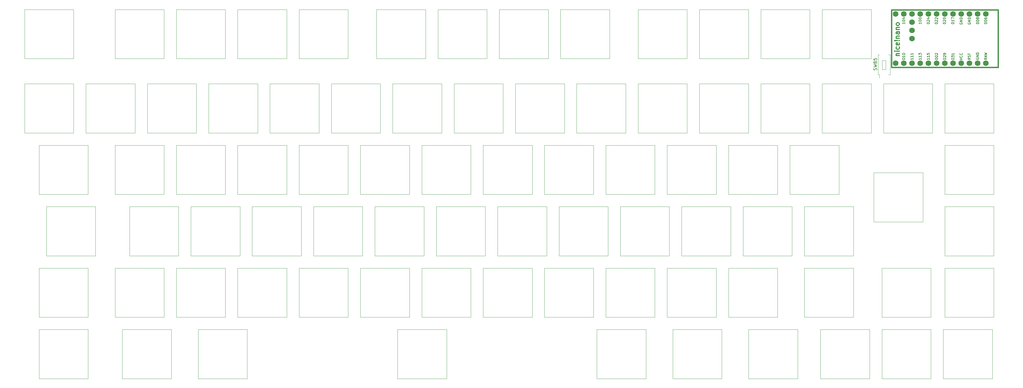
<source format=gbr>
%TF.GenerationSoftware,KiCad,Pcbnew,8.0.4*%
%TF.CreationDate,2024-07-27T12:13:38+02:00*%
%TF.ProjectId,AC-K1-v1,41432d4b-312d-4763-912e-6b696361645f,rev?*%
%TF.SameCoordinates,Original*%
%TF.FileFunction,Legend,Top*%
%TF.FilePolarity,Positive*%
%FSLAX46Y46*%
G04 Gerber Fmt 4.6, Leading zero omitted, Abs format (unit mm)*
G04 Created by KiCad (PCBNEW 8.0.4) date 2024-07-27 12:13:38*
%MOMM*%
%LPD*%
G01*
G04 APERTURE LIST*
%ADD10C,0.150000*%
%ADD11C,0.300000*%
%ADD12C,0.120000*%
%ADD13C,0.381000*%
%ADD14C,1.752600*%
G04 APERTURE END LIST*
D10*
X352372295Y-85142809D02*
X352372295Y-85066619D01*
X352372295Y-85066619D02*
X352410390Y-84990428D01*
X352410390Y-84990428D02*
X352448485Y-84952333D01*
X352448485Y-84952333D02*
X352524676Y-84914238D01*
X352524676Y-84914238D02*
X352677057Y-84876143D01*
X352677057Y-84876143D02*
X352867533Y-84876143D01*
X352867533Y-84876143D02*
X353019914Y-84914238D01*
X353019914Y-84914238D02*
X353096104Y-84952333D01*
X353096104Y-84952333D02*
X353134200Y-84990428D01*
X353134200Y-84990428D02*
X353172295Y-85066619D01*
X353172295Y-85066619D02*
X353172295Y-85142809D01*
X353172295Y-85142809D02*
X353134200Y-85219000D01*
X353134200Y-85219000D02*
X353096104Y-85257095D01*
X353096104Y-85257095D02*
X353019914Y-85295190D01*
X353019914Y-85295190D02*
X352867533Y-85333286D01*
X352867533Y-85333286D02*
X352677057Y-85333286D01*
X352677057Y-85333286D02*
X352524676Y-85295190D01*
X352524676Y-85295190D02*
X352448485Y-85257095D01*
X352448485Y-85257095D02*
X352410390Y-85219000D01*
X352410390Y-85219000D02*
X352372295Y-85142809D01*
X352448485Y-84571381D02*
X352410390Y-84533285D01*
X352410390Y-84533285D02*
X352372295Y-84457095D01*
X352372295Y-84457095D02*
X352372295Y-84266619D01*
X352372295Y-84266619D02*
X352410390Y-84190428D01*
X352410390Y-84190428D02*
X352448485Y-84152333D01*
X352448485Y-84152333D02*
X352524676Y-84114238D01*
X352524676Y-84114238D02*
X352600866Y-84114238D01*
X352600866Y-84114238D02*
X352715152Y-84152333D01*
X352715152Y-84152333D02*
X353172295Y-84609476D01*
X353172295Y-84609476D02*
X353172295Y-84114238D01*
X352372295Y-83618999D02*
X352372295Y-83542809D01*
X352372295Y-83542809D02*
X352410390Y-83466618D01*
X352410390Y-83466618D02*
X352448485Y-83428523D01*
X352448485Y-83428523D02*
X352524676Y-83390428D01*
X352524676Y-83390428D02*
X352677057Y-83352333D01*
X352677057Y-83352333D02*
X352867533Y-83352333D01*
X352867533Y-83352333D02*
X353019914Y-83390428D01*
X353019914Y-83390428D02*
X353096104Y-83428523D01*
X353096104Y-83428523D02*
X353134200Y-83466618D01*
X353134200Y-83466618D02*
X353172295Y-83542809D01*
X353172295Y-83542809D02*
X353172295Y-83618999D01*
X353172295Y-83618999D02*
X353134200Y-83695190D01*
X353134200Y-83695190D02*
X353096104Y-83733285D01*
X353096104Y-83733285D02*
X353019914Y-83771380D01*
X353019914Y-83771380D02*
X352867533Y-83809476D01*
X352867533Y-83809476D02*
X352677057Y-83809476D01*
X352677057Y-83809476D02*
X352524676Y-83771380D01*
X352524676Y-83771380D02*
X352448485Y-83733285D01*
X352448485Y-83733285D02*
X352410390Y-83695190D01*
X352410390Y-83695190D02*
X352372295Y-83618999D01*
X345622295Y-95950524D02*
X345622295Y-96407667D01*
X345622295Y-96179095D02*
X344822295Y-96179095D01*
X344822295Y-96179095D02*
X344936580Y-96255286D01*
X344936580Y-96255286D02*
X345012771Y-96331476D01*
X345012771Y-96331476D02*
X345050866Y-96407667D01*
X345622295Y-95188619D02*
X345622295Y-95645762D01*
X345622295Y-95417190D02*
X344822295Y-95417190D01*
X344822295Y-95417190D02*
X344936580Y-95493381D01*
X344936580Y-95493381D02*
X345012771Y-95569571D01*
X345012771Y-95569571D02*
X345050866Y-95645762D01*
X344822295Y-94921952D02*
X344822295Y-94426714D01*
X344822295Y-94426714D02*
X345127057Y-94693380D01*
X345127057Y-94693380D02*
X345127057Y-94579095D01*
X345127057Y-94579095D02*
X345165152Y-94502904D01*
X345165152Y-94502904D02*
X345203247Y-94464809D01*
X345203247Y-94464809D02*
X345279438Y-94426714D01*
X345279438Y-94426714D02*
X345469914Y-94426714D01*
X345469914Y-94426714D02*
X345546104Y-94464809D01*
X345546104Y-94464809D02*
X345584200Y-94502904D01*
X345584200Y-94502904D02*
X345622295Y-94579095D01*
X345622295Y-94579095D02*
X345622295Y-94807666D01*
X345622295Y-94807666D02*
X345584200Y-94883857D01*
X345584200Y-94883857D02*
X345546104Y-94921952D01*
X352442295Y-96217190D02*
X352442295Y-96141000D01*
X352442295Y-96141000D02*
X352480390Y-96064809D01*
X352480390Y-96064809D02*
X352518485Y-96026714D01*
X352518485Y-96026714D02*
X352594676Y-95988619D01*
X352594676Y-95988619D02*
X352747057Y-95950524D01*
X352747057Y-95950524D02*
X352937533Y-95950524D01*
X352937533Y-95950524D02*
X353089914Y-95988619D01*
X353089914Y-95988619D02*
X353166104Y-96026714D01*
X353166104Y-96026714D02*
X353204200Y-96064809D01*
X353204200Y-96064809D02*
X353242295Y-96141000D01*
X353242295Y-96141000D02*
X353242295Y-96217190D01*
X353242295Y-96217190D02*
X353204200Y-96293381D01*
X353204200Y-96293381D02*
X353166104Y-96331476D01*
X353166104Y-96331476D02*
X353089914Y-96369571D01*
X353089914Y-96369571D02*
X352937533Y-96407667D01*
X352937533Y-96407667D02*
X352747057Y-96407667D01*
X352747057Y-96407667D02*
X352594676Y-96369571D01*
X352594676Y-96369571D02*
X352518485Y-96331476D01*
X352518485Y-96331476D02*
X352480390Y-96293381D01*
X352480390Y-96293381D02*
X352442295Y-96217190D01*
X352518485Y-95645762D02*
X352480390Y-95607666D01*
X352480390Y-95607666D02*
X352442295Y-95531476D01*
X352442295Y-95531476D02*
X352442295Y-95341000D01*
X352442295Y-95341000D02*
X352480390Y-95264809D01*
X352480390Y-95264809D02*
X352518485Y-95226714D01*
X352518485Y-95226714D02*
X352594676Y-95188619D01*
X352594676Y-95188619D02*
X352670866Y-95188619D01*
X352670866Y-95188619D02*
X352785152Y-95226714D01*
X352785152Y-95226714D02*
X353242295Y-95683857D01*
X353242295Y-95683857D02*
X353242295Y-95188619D01*
X353242295Y-94807666D02*
X353242295Y-94655285D01*
X353242295Y-94655285D02*
X353204200Y-94579095D01*
X353204200Y-94579095D02*
X353166104Y-94540999D01*
X353166104Y-94540999D02*
X353051819Y-94464809D01*
X353051819Y-94464809D02*
X352899438Y-94426714D01*
X352899438Y-94426714D02*
X352594676Y-94426714D01*
X352594676Y-94426714D02*
X352518485Y-94464809D01*
X352518485Y-94464809D02*
X352480390Y-94502904D01*
X352480390Y-94502904D02*
X352442295Y-94579095D01*
X352442295Y-94579095D02*
X352442295Y-94731476D01*
X352442295Y-94731476D02*
X352480390Y-94807666D01*
X352480390Y-94807666D02*
X352518485Y-94845761D01*
X352518485Y-94845761D02*
X352594676Y-94883857D01*
X352594676Y-94883857D02*
X352785152Y-94883857D01*
X352785152Y-94883857D02*
X352861342Y-94845761D01*
X352861342Y-94845761D02*
X352899438Y-94807666D01*
X352899438Y-94807666D02*
X352937533Y-94731476D01*
X352937533Y-94731476D02*
X352937533Y-94579095D01*
X352937533Y-94579095D02*
X352899438Y-94502904D01*
X352899438Y-94502904D02*
X352861342Y-94464809D01*
X352861342Y-94464809D02*
X352785152Y-94426714D01*
X365942295Y-95906095D02*
X365561342Y-96172762D01*
X365942295Y-96363238D02*
X365142295Y-96363238D01*
X365142295Y-96363238D02*
X365142295Y-96058476D01*
X365142295Y-96058476D02*
X365180390Y-95982286D01*
X365180390Y-95982286D02*
X365218485Y-95944191D01*
X365218485Y-95944191D02*
X365294676Y-95906095D01*
X365294676Y-95906095D02*
X365408961Y-95906095D01*
X365408961Y-95906095D02*
X365485152Y-95944191D01*
X365485152Y-95944191D02*
X365523247Y-95982286D01*
X365523247Y-95982286D02*
X365561342Y-96058476D01*
X365561342Y-96058476D02*
X365561342Y-96363238D01*
X365713723Y-95601334D02*
X365713723Y-95220381D01*
X365942295Y-95677524D02*
X365142295Y-95410857D01*
X365142295Y-95410857D02*
X365942295Y-95144191D01*
X365142295Y-94953715D02*
X365942295Y-94763239D01*
X365942295Y-94763239D02*
X365370866Y-94610858D01*
X365370866Y-94610858D02*
X365942295Y-94458477D01*
X365942295Y-94458477D02*
X365142295Y-94268001D01*
X362640390Y-95944190D02*
X362602295Y-96020380D01*
X362602295Y-96020380D02*
X362602295Y-96134666D01*
X362602295Y-96134666D02*
X362640390Y-96248952D01*
X362640390Y-96248952D02*
X362716580Y-96325142D01*
X362716580Y-96325142D02*
X362792771Y-96363237D01*
X362792771Y-96363237D02*
X362945152Y-96401333D01*
X362945152Y-96401333D02*
X363059438Y-96401333D01*
X363059438Y-96401333D02*
X363211819Y-96363237D01*
X363211819Y-96363237D02*
X363288009Y-96325142D01*
X363288009Y-96325142D02*
X363364200Y-96248952D01*
X363364200Y-96248952D02*
X363402295Y-96134666D01*
X363402295Y-96134666D02*
X363402295Y-96058475D01*
X363402295Y-96058475D02*
X363364200Y-95944190D01*
X363364200Y-95944190D02*
X363326104Y-95906094D01*
X363326104Y-95906094D02*
X363059438Y-95906094D01*
X363059438Y-95906094D02*
X363059438Y-96058475D01*
X363402295Y-95563237D02*
X362602295Y-95563237D01*
X362602295Y-95563237D02*
X363402295Y-95106094D01*
X363402295Y-95106094D02*
X362602295Y-95106094D01*
X363402295Y-94725142D02*
X362602295Y-94725142D01*
X362602295Y-94725142D02*
X362602295Y-94534666D01*
X362602295Y-94534666D02*
X362640390Y-94420380D01*
X362640390Y-94420380D02*
X362716580Y-94344190D01*
X362716580Y-94344190D02*
X362792771Y-94306095D01*
X362792771Y-94306095D02*
X362945152Y-94267999D01*
X362945152Y-94267999D02*
X363059438Y-94267999D01*
X363059438Y-94267999D02*
X363211819Y-94306095D01*
X363211819Y-94306095D02*
X363288009Y-94344190D01*
X363288009Y-94344190D02*
X363364200Y-94420380D01*
X363364200Y-94420380D02*
X363402295Y-94534666D01*
X363402295Y-94534666D02*
X363402295Y-94725142D01*
X349902295Y-96217190D02*
X349902295Y-96141000D01*
X349902295Y-96141000D02*
X349940390Y-96064809D01*
X349940390Y-96064809D02*
X349978485Y-96026714D01*
X349978485Y-96026714D02*
X350054676Y-95988619D01*
X350054676Y-95988619D02*
X350207057Y-95950524D01*
X350207057Y-95950524D02*
X350397533Y-95950524D01*
X350397533Y-95950524D02*
X350549914Y-95988619D01*
X350549914Y-95988619D02*
X350626104Y-96026714D01*
X350626104Y-96026714D02*
X350664200Y-96064809D01*
X350664200Y-96064809D02*
X350702295Y-96141000D01*
X350702295Y-96141000D02*
X350702295Y-96217190D01*
X350702295Y-96217190D02*
X350664200Y-96293381D01*
X350664200Y-96293381D02*
X350626104Y-96331476D01*
X350626104Y-96331476D02*
X350549914Y-96369571D01*
X350549914Y-96369571D02*
X350397533Y-96407667D01*
X350397533Y-96407667D02*
X350207057Y-96407667D01*
X350207057Y-96407667D02*
X350054676Y-96369571D01*
X350054676Y-96369571D02*
X349978485Y-96331476D01*
X349978485Y-96331476D02*
X349940390Y-96293381D01*
X349940390Y-96293381D02*
X349902295Y-96217190D01*
X349902295Y-95455285D02*
X349902295Y-95379095D01*
X349902295Y-95379095D02*
X349940390Y-95302904D01*
X349940390Y-95302904D02*
X349978485Y-95264809D01*
X349978485Y-95264809D02*
X350054676Y-95226714D01*
X350054676Y-95226714D02*
X350207057Y-95188619D01*
X350207057Y-95188619D02*
X350397533Y-95188619D01*
X350397533Y-95188619D02*
X350549914Y-95226714D01*
X350549914Y-95226714D02*
X350626104Y-95264809D01*
X350626104Y-95264809D02*
X350664200Y-95302904D01*
X350664200Y-95302904D02*
X350702295Y-95379095D01*
X350702295Y-95379095D02*
X350702295Y-95455285D01*
X350702295Y-95455285D02*
X350664200Y-95531476D01*
X350664200Y-95531476D02*
X350626104Y-95569571D01*
X350626104Y-95569571D02*
X350549914Y-95607666D01*
X350549914Y-95607666D02*
X350397533Y-95645762D01*
X350397533Y-95645762D02*
X350207057Y-95645762D01*
X350207057Y-95645762D02*
X350054676Y-95607666D01*
X350054676Y-95607666D02*
X349978485Y-95569571D01*
X349978485Y-95569571D02*
X349940390Y-95531476D01*
X349940390Y-95531476D02*
X349902295Y-95455285D01*
X349978485Y-94883857D02*
X349940390Y-94845761D01*
X349940390Y-94845761D02*
X349902295Y-94769571D01*
X349902295Y-94769571D02*
X349902295Y-94579095D01*
X349902295Y-94579095D02*
X349940390Y-94502904D01*
X349940390Y-94502904D02*
X349978485Y-94464809D01*
X349978485Y-94464809D02*
X350054676Y-94426714D01*
X350054676Y-94426714D02*
X350130866Y-94426714D01*
X350130866Y-94426714D02*
X350245152Y-94464809D01*
X350245152Y-94464809D02*
X350702295Y-94921952D01*
X350702295Y-94921952D02*
X350702295Y-94426714D01*
X348162295Y-95950524D02*
X348162295Y-96407667D01*
X348162295Y-96179095D02*
X347362295Y-96179095D01*
X347362295Y-96179095D02*
X347476580Y-96255286D01*
X347476580Y-96255286D02*
X347552771Y-96331476D01*
X347552771Y-96331476D02*
X347590866Y-96407667D01*
X348162295Y-95188619D02*
X348162295Y-95645762D01*
X348162295Y-95417190D02*
X347362295Y-95417190D01*
X347362295Y-95417190D02*
X347476580Y-95493381D01*
X347476580Y-95493381D02*
X347552771Y-95569571D01*
X347552771Y-95569571D02*
X347590866Y-95645762D01*
X347362295Y-94464809D02*
X347362295Y-94845761D01*
X347362295Y-94845761D02*
X347743247Y-94883857D01*
X347743247Y-94883857D02*
X347705152Y-94845761D01*
X347705152Y-94845761D02*
X347667057Y-94769571D01*
X347667057Y-94769571D02*
X347667057Y-94579095D01*
X347667057Y-94579095D02*
X347705152Y-94502904D01*
X347705152Y-94502904D02*
X347743247Y-94464809D01*
X347743247Y-94464809D02*
X347819438Y-94426714D01*
X347819438Y-94426714D02*
X348009914Y-94426714D01*
X348009914Y-94426714D02*
X348086104Y-94464809D01*
X348086104Y-94464809D02*
X348124200Y-94502904D01*
X348124200Y-94502904D02*
X348162295Y-94579095D01*
X348162295Y-94579095D02*
X348162295Y-94769571D01*
X348162295Y-94769571D02*
X348124200Y-94845761D01*
X348124200Y-94845761D02*
X348086104Y-94883857D01*
X360100390Y-85028523D02*
X360062295Y-85104713D01*
X360062295Y-85104713D02*
X360062295Y-85218999D01*
X360062295Y-85218999D02*
X360100390Y-85333285D01*
X360100390Y-85333285D02*
X360176580Y-85409475D01*
X360176580Y-85409475D02*
X360252771Y-85447570D01*
X360252771Y-85447570D02*
X360405152Y-85485666D01*
X360405152Y-85485666D02*
X360519438Y-85485666D01*
X360519438Y-85485666D02*
X360671819Y-85447570D01*
X360671819Y-85447570D02*
X360748009Y-85409475D01*
X360748009Y-85409475D02*
X360824200Y-85333285D01*
X360824200Y-85333285D02*
X360862295Y-85218999D01*
X360862295Y-85218999D02*
X360862295Y-85142808D01*
X360862295Y-85142808D02*
X360824200Y-85028523D01*
X360824200Y-85028523D02*
X360786104Y-84990427D01*
X360786104Y-84990427D02*
X360519438Y-84990427D01*
X360519438Y-84990427D02*
X360519438Y-85142808D01*
X360862295Y-84647570D02*
X360062295Y-84647570D01*
X360062295Y-84647570D02*
X360862295Y-84190427D01*
X360862295Y-84190427D02*
X360062295Y-84190427D01*
X360862295Y-83809475D02*
X360062295Y-83809475D01*
X360062295Y-83809475D02*
X360062295Y-83618999D01*
X360062295Y-83618999D02*
X360100390Y-83504713D01*
X360100390Y-83504713D02*
X360176580Y-83428523D01*
X360176580Y-83428523D02*
X360252771Y-83390428D01*
X360252771Y-83390428D02*
X360405152Y-83352332D01*
X360405152Y-83352332D02*
X360519438Y-83352332D01*
X360519438Y-83352332D02*
X360671819Y-83390428D01*
X360671819Y-83390428D02*
X360748009Y-83428523D01*
X360748009Y-83428523D02*
X360824200Y-83504713D01*
X360824200Y-83504713D02*
X360862295Y-83618999D01*
X360862295Y-83618999D02*
X360862295Y-83809475D01*
X349872295Y-85142809D02*
X349872295Y-85066619D01*
X349872295Y-85066619D02*
X349910390Y-84990428D01*
X349910390Y-84990428D02*
X349948485Y-84952333D01*
X349948485Y-84952333D02*
X350024676Y-84914238D01*
X350024676Y-84914238D02*
X350177057Y-84876143D01*
X350177057Y-84876143D02*
X350367533Y-84876143D01*
X350367533Y-84876143D02*
X350519914Y-84914238D01*
X350519914Y-84914238D02*
X350596104Y-84952333D01*
X350596104Y-84952333D02*
X350634200Y-84990428D01*
X350634200Y-84990428D02*
X350672295Y-85066619D01*
X350672295Y-85066619D02*
X350672295Y-85142809D01*
X350672295Y-85142809D02*
X350634200Y-85219000D01*
X350634200Y-85219000D02*
X350596104Y-85257095D01*
X350596104Y-85257095D02*
X350519914Y-85295190D01*
X350519914Y-85295190D02*
X350367533Y-85333286D01*
X350367533Y-85333286D02*
X350177057Y-85333286D01*
X350177057Y-85333286D02*
X350024676Y-85295190D01*
X350024676Y-85295190D02*
X349948485Y-85257095D01*
X349948485Y-85257095D02*
X349910390Y-85219000D01*
X349910390Y-85219000D02*
X349872295Y-85142809D01*
X349948485Y-84571381D02*
X349910390Y-84533285D01*
X349910390Y-84533285D02*
X349872295Y-84457095D01*
X349872295Y-84457095D02*
X349872295Y-84266619D01*
X349872295Y-84266619D02*
X349910390Y-84190428D01*
X349910390Y-84190428D02*
X349948485Y-84152333D01*
X349948485Y-84152333D02*
X350024676Y-84114238D01*
X350024676Y-84114238D02*
X350100866Y-84114238D01*
X350100866Y-84114238D02*
X350215152Y-84152333D01*
X350215152Y-84152333D02*
X350672295Y-84609476D01*
X350672295Y-84609476D02*
X350672295Y-84114238D01*
X349948485Y-83809476D02*
X349910390Y-83771380D01*
X349910390Y-83771380D02*
X349872295Y-83695190D01*
X349872295Y-83695190D02*
X349872295Y-83504714D01*
X349872295Y-83504714D02*
X349910390Y-83428523D01*
X349910390Y-83428523D02*
X349948485Y-83390428D01*
X349948485Y-83390428D02*
X350024676Y-83352333D01*
X350024676Y-83352333D02*
X350100866Y-83352333D01*
X350100866Y-83352333D02*
X350215152Y-83390428D01*
X350215152Y-83390428D02*
X350672295Y-83847571D01*
X350672295Y-83847571D02*
X350672295Y-83352333D01*
X340542295Y-84876143D02*
X340542295Y-85333286D01*
X340542295Y-85104714D02*
X339742295Y-85104714D01*
X339742295Y-85104714D02*
X339856580Y-85180905D01*
X339856580Y-85180905D02*
X339932771Y-85257095D01*
X339932771Y-85257095D02*
X339970866Y-85333286D01*
X339742295Y-84380904D02*
X339742295Y-84304714D01*
X339742295Y-84304714D02*
X339780390Y-84228523D01*
X339780390Y-84228523D02*
X339818485Y-84190428D01*
X339818485Y-84190428D02*
X339894676Y-84152333D01*
X339894676Y-84152333D02*
X340047057Y-84114238D01*
X340047057Y-84114238D02*
X340237533Y-84114238D01*
X340237533Y-84114238D02*
X340389914Y-84152333D01*
X340389914Y-84152333D02*
X340466104Y-84190428D01*
X340466104Y-84190428D02*
X340504200Y-84228523D01*
X340504200Y-84228523D02*
X340542295Y-84304714D01*
X340542295Y-84304714D02*
X340542295Y-84380904D01*
X340542295Y-84380904D02*
X340504200Y-84457095D01*
X340504200Y-84457095D02*
X340466104Y-84495190D01*
X340466104Y-84495190D02*
X340389914Y-84533285D01*
X340389914Y-84533285D02*
X340237533Y-84571381D01*
X340237533Y-84571381D02*
X340047057Y-84571381D01*
X340047057Y-84571381D02*
X339894676Y-84533285D01*
X339894676Y-84533285D02*
X339818485Y-84495190D01*
X339818485Y-84495190D02*
X339780390Y-84457095D01*
X339780390Y-84457095D02*
X339742295Y-84380904D01*
X340008961Y-83428523D02*
X340542295Y-83428523D01*
X339704200Y-83618999D02*
X340275628Y-83809476D01*
X340275628Y-83809476D02*
X340275628Y-83314237D01*
X339742295Y-96217190D02*
X339742295Y-96141000D01*
X339742295Y-96141000D02*
X339780390Y-96064809D01*
X339780390Y-96064809D02*
X339818485Y-96026714D01*
X339818485Y-96026714D02*
X339894676Y-95988619D01*
X339894676Y-95988619D02*
X340047057Y-95950524D01*
X340047057Y-95950524D02*
X340237533Y-95950524D01*
X340237533Y-95950524D02*
X340389914Y-95988619D01*
X340389914Y-95988619D02*
X340466104Y-96026714D01*
X340466104Y-96026714D02*
X340504200Y-96064809D01*
X340504200Y-96064809D02*
X340542295Y-96141000D01*
X340542295Y-96141000D02*
X340542295Y-96217190D01*
X340542295Y-96217190D02*
X340504200Y-96293381D01*
X340504200Y-96293381D02*
X340466104Y-96331476D01*
X340466104Y-96331476D02*
X340389914Y-96369571D01*
X340389914Y-96369571D02*
X340237533Y-96407667D01*
X340237533Y-96407667D02*
X340047057Y-96407667D01*
X340047057Y-96407667D02*
X339894676Y-96369571D01*
X339894676Y-96369571D02*
X339818485Y-96331476D01*
X339818485Y-96331476D02*
X339780390Y-96293381D01*
X339780390Y-96293381D02*
X339742295Y-96217190D01*
X340542295Y-95188619D02*
X340542295Y-95645762D01*
X340542295Y-95417190D02*
X339742295Y-95417190D01*
X339742295Y-95417190D02*
X339856580Y-95493381D01*
X339856580Y-95493381D02*
X339932771Y-95569571D01*
X339932771Y-95569571D02*
X339970866Y-95645762D01*
X339742295Y-94693380D02*
X339742295Y-94617190D01*
X339742295Y-94617190D02*
X339780390Y-94540999D01*
X339780390Y-94540999D02*
X339818485Y-94502904D01*
X339818485Y-94502904D02*
X339894676Y-94464809D01*
X339894676Y-94464809D02*
X340047057Y-94426714D01*
X340047057Y-94426714D02*
X340237533Y-94426714D01*
X340237533Y-94426714D02*
X340389914Y-94464809D01*
X340389914Y-94464809D02*
X340466104Y-94502904D01*
X340466104Y-94502904D02*
X340504200Y-94540999D01*
X340504200Y-94540999D02*
X340542295Y-94617190D01*
X340542295Y-94617190D02*
X340542295Y-94693380D01*
X340542295Y-94693380D02*
X340504200Y-94769571D01*
X340504200Y-94769571D02*
X340466104Y-94807666D01*
X340466104Y-94807666D02*
X340389914Y-94845761D01*
X340389914Y-94845761D02*
X340237533Y-94883857D01*
X340237533Y-94883857D02*
X340047057Y-94883857D01*
X340047057Y-94883857D02*
X339894676Y-94845761D01*
X339894676Y-94845761D02*
X339818485Y-94807666D01*
X339818485Y-94807666D02*
X339780390Y-94769571D01*
X339780390Y-94769571D02*
X339742295Y-94693380D01*
X365142295Y-85142809D02*
X365142295Y-85066619D01*
X365142295Y-85066619D02*
X365180390Y-84990428D01*
X365180390Y-84990428D02*
X365218485Y-84952333D01*
X365218485Y-84952333D02*
X365294676Y-84914238D01*
X365294676Y-84914238D02*
X365447057Y-84876143D01*
X365447057Y-84876143D02*
X365637533Y-84876143D01*
X365637533Y-84876143D02*
X365789914Y-84914238D01*
X365789914Y-84914238D02*
X365866104Y-84952333D01*
X365866104Y-84952333D02*
X365904200Y-84990428D01*
X365904200Y-84990428D02*
X365942295Y-85066619D01*
X365942295Y-85066619D02*
X365942295Y-85142809D01*
X365942295Y-85142809D02*
X365904200Y-85219000D01*
X365904200Y-85219000D02*
X365866104Y-85257095D01*
X365866104Y-85257095D02*
X365789914Y-85295190D01*
X365789914Y-85295190D02*
X365637533Y-85333286D01*
X365637533Y-85333286D02*
X365447057Y-85333286D01*
X365447057Y-85333286D02*
X365294676Y-85295190D01*
X365294676Y-85295190D02*
X365218485Y-85257095D01*
X365218485Y-85257095D02*
X365180390Y-85219000D01*
X365180390Y-85219000D02*
X365142295Y-85142809D01*
X365142295Y-84380904D02*
X365142295Y-84304714D01*
X365142295Y-84304714D02*
X365180390Y-84228523D01*
X365180390Y-84228523D02*
X365218485Y-84190428D01*
X365218485Y-84190428D02*
X365294676Y-84152333D01*
X365294676Y-84152333D02*
X365447057Y-84114238D01*
X365447057Y-84114238D02*
X365637533Y-84114238D01*
X365637533Y-84114238D02*
X365789914Y-84152333D01*
X365789914Y-84152333D02*
X365866104Y-84190428D01*
X365866104Y-84190428D02*
X365904200Y-84228523D01*
X365904200Y-84228523D02*
X365942295Y-84304714D01*
X365942295Y-84304714D02*
X365942295Y-84380904D01*
X365942295Y-84380904D02*
X365904200Y-84457095D01*
X365904200Y-84457095D02*
X365866104Y-84495190D01*
X365866104Y-84495190D02*
X365789914Y-84533285D01*
X365789914Y-84533285D02*
X365637533Y-84571381D01*
X365637533Y-84571381D02*
X365447057Y-84571381D01*
X365447057Y-84571381D02*
X365294676Y-84533285D01*
X365294676Y-84533285D02*
X365218485Y-84495190D01*
X365218485Y-84495190D02*
X365180390Y-84457095D01*
X365180390Y-84457095D02*
X365142295Y-84380904D01*
X365142295Y-83428523D02*
X365142295Y-83580904D01*
X365142295Y-83580904D02*
X365180390Y-83657095D01*
X365180390Y-83657095D02*
X365218485Y-83695190D01*
X365218485Y-83695190D02*
X365332771Y-83771380D01*
X365332771Y-83771380D02*
X365485152Y-83809476D01*
X365485152Y-83809476D02*
X365789914Y-83809476D01*
X365789914Y-83809476D02*
X365866104Y-83771380D01*
X365866104Y-83771380D02*
X365904200Y-83733285D01*
X365904200Y-83733285D02*
X365942295Y-83657095D01*
X365942295Y-83657095D02*
X365942295Y-83504714D01*
X365942295Y-83504714D02*
X365904200Y-83428523D01*
X365904200Y-83428523D02*
X365866104Y-83390428D01*
X365866104Y-83390428D02*
X365789914Y-83352333D01*
X365789914Y-83352333D02*
X365599438Y-83352333D01*
X365599438Y-83352333D02*
X365523247Y-83390428D01*
X365523247Y-83390428D02*
X365485152Y-83428523D01*
X365485152Y-83428523D02*
X365447057Y-83504714D01*
X365447057Y-83504714D02*
X365447057Y-83657095D01*
X365447057Y-83657095D02*
X365485152Y-83733285D01*
X365485152Y-83733285D02*
X365523247Y-83771380D01*
X365523247Y-83771380D02*
X365599438Y-83809476D01*
X362672295Y-85142809D02*
X362672295Y-85066619D01*
X362672295Y-85066619D02*
X362710390Y-84990428D01*
X362710390Y-84990428D02*
X362748485Y-84952333D01*
X362748485Y-84952333D02*
X362824676Y-84914238D01*
X362824676Y-84914238D02*
X362977057Y-84876143D01*
X362977057Y-84876143D02*
X363167533Y-84876143D01*
X363167533Y-84876143D02*
X363319914Y-84914238D01*
X363319914Y-84914238D02*
X363396104Y-84952333D01*
X363396104Y-84952333D02*
X363434200Y-84990428D01*
X363434200Y-84990428D02*
X363472295Y-85066619D01*
X363472295Y-85066619D02*
X363472295Y-85142809D01*
X363472295Y-85142809D02*
X363434200Y-85219000D01*
X363434200Y-85219000D02*
X363396104Y-85257095D01*
X363396104Y-85257095D02*
X363319914Y-85295190D01*
X363319914Y-85295190D02*
X363167533Y-85333286D01*
X363167533Y-85333286D02*
X362977057Y-85333286D01*
X362977057Y-85333286D02*
X362824676Y-85295190D01*
X362824676Y-85295190D02*
X362748485Y-85257095D01*
X362748485Y-85257095D02*
X362710390Y-85219000D01*
X362710390Y-85219000D02*
X362672295Y-85142809D01*
X362672295Y-84380904D02*
X362672295Y-84304714D01*
X362672295Y-84304714D02*
X362710390Y-84228523D01*
X362710390Y-84228523D02*
X362748485Y-84190428D01*
X362748485Y-84190428D02*
X362824676Y-84152333D01*
X362824676Y-84152333D02*
X362977057Y-84114238D01*
X362977057Y-84114238D02*
X363167533Y-84114238D01*
X363167533Y-84114238D02*
X363319914Y-84152333D01*
X363319914Y-84152333D02*
X363396104Y-84190428D01*
X363396104Y-84190428D02*
X363434200Y-84228523D01*
X363434200Y-84228523D02*
X363472295Y-84304714D01*
X363472295Y-84304714D02*
X363472295Y-84380904D01*
X363472295Y-84380904D02*
X363434200Y-84457095D01*
X363434200Y-84457095D02*
X363396104Y-84495190D01*
X363396104Y-84495190D02*
X363319914Y-84533285D01*
X363319914Y-84533285D02*
X363167533Y-84571381D01*
X363167533Y-84571381D02*
X362977057Y-84571381D01*
X362977057Y-84571381D02*
X362824676Y-84533285D01*
X362824676Y-84533285D02*
X362748485Y-84495190D01*
X362748485Y-84495190D02*
X362710390Y-84457095D01*
X362710390Y-84457095D02*
X362672295Y-84380904D01*
X363015152Y-83657095D02*
X362977057Y-83733285D01*
X362977057Y-83733285D02*
X362938961Y-83771380D01*
X362938961Y-83771380D02*
X362862771Y-83809476D01*
X362862771Y-83809476D02*
X362824676Y-83809476D01*
X362824676Y-83809476D02*
X362748485Y-83771380D01*
X362748485Y-83771380D02*
X362710390Y-83733285D01*
X362710390Y-83733285D02*
X362672295Y-83657095D01*
X362672295Y-83657095D02*
X362672295Y-83504714D01*
X362672295Y-83504714D02*
X362710390Y-83428523D01*
X362710390Y-83428523D02*
X362748485Y-83390428D01*
X362748485Y-83390428D02*
X362824676Y-83352333D01*
X362824676Y-83352333D02*
X362862771Y-83352333D01*
X362862771Y-83352333D02*
X362938961Y-83390428D01*
X362938961Y-83390428D02*
X362977057Y-83428523D01*
X362977057Y-83428523D02*
X363015152Y-83504714D01*
X363015152Y-83504714D02*
X363015152Y-83657095D01*
X363015152Y-83657095D02*
X363053247Y-83733285D01*
X363053247Y-83733285D02*
X363091342Y-83771380D01*
X363091342Y-83771380D02*
X363167533Y-83809476D01*
X363167533Y-83809476D02*
X363319914Y-83809476D01*
X363319914Y-83809476D02*
X363396104Y-83771380D01*
X363396104Y-83771380D02*
X363434200Y-83733285D01*
X363434200Y-83733285D02*
X363472295Y-83657095D01*
X363472295Y-83657095D02*
X363472295Y-83504714D01*
X363472295Y-83504714D02*
X363434200Y-83428523D01*
X363434200Y-83428523D02*
X363396104Y-83390428D01*
X363396104Y-83390428D02*
X363319914Y-83352333D01*
X363319914Y-83352333D02*
X363167533Y-83352333D01*
X363167533Y-83352333D02*
X363091342Y-83390428D01*
X363091342Y-83390428D02*
X363053247Y-83428523D01*
X363053247Y-83428523D02*
X363015152Y-83504714D01*
X343082295Y-95950524D02*
X343082295Y-96407667D01*
X343082295Y-96179095D02*
X342282295Y-96179095D01*
X342282295Y-96179095D02*
X342396580Y-96255286D01*
X342396580Y-96255286D02*
X342472771Y-96331476D01*
X342472771Y-96331476D02*
X342510866Y-96407667D01*
X343082295Y-95188619D02*
X343082295Y-95645762D01*
X343082295Y-95417190D02*
X342282295Y-95417190D01*
X342282295Y-95417190D02*
X342396580Y-95493381D01*
X342396580Y-95493381D02*
X342472771Y-95569571D01*
X342472771Y-95569571D02*
X342510866Y-95645762D01*
X343082295Y-94426714D02*
X343082295Y-94883857D01*
X343082295Y-94655285D02*
X342282295Y-94655285D01*
X342282295Y-94655285D02*
X342396580Y-94731476D01*
X342396580Y-94731476D02*
X342472771Y-94807666D01*
X342472771Y-94807666D02*
X342510866Y-94883857D01*
X347362295Y-85142809D02*
X347362295Y-85066619D01*
X347362295Y-85066619D02*
X347400390Y-84990428D01*
X347400390Y-84990428D02*
X347438485Y-84952333D01*
X347438485Y-84952333D02*
X347514676Y-84914238D01*
X347514676Y-84914238D02*
X347667057Y-84876143D01*
X347667057Y-84876143D02*
X347857533Y-84876143D01*
X347857533Y-84876143D02*
X348009914Y-84914238D01*
X348009914Y-84914238D02*
X348086104Y-84952333D01*
X348086104Y-84952333D02*
X348124200Y-84990428D01*
X348124200Y-84990428D02*
X348162295Y-85066619D01*
X348162295Y-85066619D02*
X348162295Y-85142809D01*
X348162295Y-85142809D02*
X348124200Y-85219000D01*
X348124200Y-85219000D02*
X348086104Y-85257095D01*
X348086104Y-85257095D02*
X348009914Y-85295190D01*
X348009914Y-85295190D02*
X347857533Y-85333286D01*
X347857533Y-85333286D02*
X347667057Y-85333286D01*
X347667057Y-85333286D02*
X347514676Y-85295190D01*
X347514676Y-85295190D02*
X347438485Y-85257095D01*
X347438485Y-85257095D02*
X347400390Y-85219000D01*
X347400390Y-85219000D02*
X347362295Y-85142809D01*
X347438485Y-84571381D02*
X347400390Y-84533285D01*
X347400390Y-84533285D02*
X347362295Y-84457095D01*
X347362295Y-84457095D02*
X347362295Y-84266619D01*
X347362295Y-84266619D02*
X347400390Y-84190428D01*
X347400390Y-84190428D02*
X347438485Y-84152333D01*
X347438485Y-84152333D02*
X347514676Y-84114238D01*
X347514676Y-84114238D02*
X347590866Y-84114238D01*
X347590866Y-84114238D02*
X347705152Y-84152333D01*
X347705152Y-84152333D02*
X348162295Y-84609476D01*
X348162295Y-84609476D02*
X348162295Y-84114238D01*
X347628961Y-83428523D02*
X348162295Y-83428523D01*
X347324200Y-83618999D02*
X347895628Y-83809476D01*
X347895628Y-83809476D02*
X347895628Y-83314237D01*
D11*
X337826328Y-95169714D02*
X338826328Y-95169714D01*
X337969185Y-95169714D02*
X337897757Y-95098285D01*
X337897757Y-95098285D02*
X337826328Y-94955428D01*
X337826328Y-94955428D02*
X337826328Y-94741142D01*
X337826328Y-94741142D02*
X337897757Y-94598285D01*
X337897757Y-94598285D02*
X338040614Y-94526857D01*
X338040614Y-94526857D02*
X338826328Y-94526857D01*
X338826328Y-93812571D02*
X337826328Y-93812571D01*
X337326328Y-93812571D02*
X337397757Y-93883999D01*
X337397757Y-93883999D02*
X337469185Y-93812571D01*
X337469185Y-93812571D02*
X337397757Y-93741142D01*
X337397757Y-93741142D02*
X337326328Y-93812571D01*
X337326328Y-93812571D02*
X337469185Y-93812571D01*
X338754900Y-92455428D02*
X338826328Y-92598285D01*
X338826328Y-92598285D02*
X338826328Y-92883999D01*
X338826328Y-92883999D02*
X338754900Y-93026856D01*
X338754900Y-93026856D02*
X338683471Y-93098285D01*
X338683471Y-93098285D02*
X338540614Y-93169713D01*
X338540614Y-93169713D02*
X338112042Y-93169713D01*
X338112042Y-93169713D02*
X337969185Y-93098285D01*
X337969185Y-93098285D02*
X337897757Y-93026856D01*
X337897757Y-93026856D02*
X337826328Y-92883999D01*
X337826328Y-92883999D02*
X337826328Y-92598285D01*
X337826328Y-92598285D02*
X337897757Y-92455428D01*
X338754900Y-91241142D02*
X338826328Y-91383999D01*
X338826328Y-91383999D02*
X338826328Y-91669714D01*
X338826328Y-91669714D02*
X338754900Y-91812571D01*
X338754900Y-91812571D02*
X338612042Y-91883999D01*
X338612042Y-91883999D02*
X338040614Y-91883999D01*
X338040614Y-91883999D02*
X337897757Y-91812571D01*
X337897757Y-91812571D02*
X337826328Y-91669714D01*
X337826328Y-91669714D02*
X337826328Y-91383999D01*
X337826328Y-91383999D02*
X337897757Y-91241142D01*
X337897757Y-91241142D02*
X338040614Y-91169714D01*
X338040614Y-91169714D02*
X338183471Y-91169714D01*
X338183471Y-91169714D02*
X338326328Y-91883999D01*
X338683471Y-90526857D02*
X338754900Y-90455428D01*
X338754900Y-90455428D02*
X338826328Y-90526857D01*
X338826328Y-90526857D02*
X338754900Y-90598285D01*
X338754900Y-90598285D02*
X338683471Y-90526857D01*
X338683471Y-90526857D02*
X338826328Y-90526857D01*
X338254900Y-90526857D02*
X337397757Y-90598285D01*
X337397757Y-90598285D02*
X337326328Y-90526857D01*
X337326328Y-90526857D02*
X337397757Y-90455428D01*
X337397757Y-90455428D02*
X338254900Y-90526857D01*
X338254900Y-90526857D02*
X337326328Y-90526857D01*
X337826328Y-89812571D02*
X338826328Y-89812571D01*
X337969185Y-89812571D02*
X337897757Y-89741142D01*
X337897757Y-89741142D02*
X337826328Y-89598285D01*
X337826328Y-89598285D02*
X337826328Y-89383999D01*
X337826328Y-89383999D02*
X337897757Y-89241142D01*
X337897757Y-89241142D02*
X338040614Y-89169714D01*
X338040614Y-89169714D02*
X338826328Y-89169714D01*
X338826328Y-87812571D02*
X338040614Y-87812571D01*
X338040614Y-87812571D02*
X337897757Y-87883999D01*
X337897757Y-87883999D02*
X337826328Y-88026856D01*
X337826328Y-88026856D02*
X337826328Y-88312571D01*
X337826328Y-88312571D02*
X337897757Y-88455428D01*
X338754900Y-87812571D02*
X338826328Y-87955428D01*
X338826328Y-87955428D02*
X338826328Y-88312571D01*
X338826328Y-88312571D02*
X338754900Y-88455428D01*
X338754900Y-88455428D02*
X338612042Y-88526856D01*
X338612042Y-88526856D02*
X338469185Y-88526856D01*
X338469185Y-88526856D02*
X338326328Y-88455428D01*
X338326328Y-88455428D02*
X338254900Y-88312571D01*
X338254900Y-88312571D02*
X338254900Y-87955428D01*
X338254900Y-87955428D02*
X338183471Y-87812571D01*
X337826328Y-87098285D02*
X338826328Y-87098285D01*
X337969185Y-87098285D02*
X337897757Y-87026856D01*
X337897757Y-87026856D02*
X337826328Y-86883999D01*
X337826328Y-86883999D02*
X337826328Y-86669713D01*
X337826328Y-86669713D02*
X337897757Y-86526856D01*
X337897757Y-86526856D02*
X338040614Y-86455428D01*
X338040614Y-86455428D02*
X338826328Y-86455428D01*
X338826328Y-85526856D02*
X338754900Y-85669713D01*
X338754900Y-85669713D02*
X338683471Y-85741142D01*
X338683471Y-85741142D02*
X338540614Y-85812570D01*
X338540614Y-85812570D02*
X338112042Y-85812570D01*
X338112042Y-85812570D02*
X337969185Y-85741142D01*
X337969185Y-85741142D02*
X337897757Y-85669713D01*
X337897757Y-85669713D02*
X337826328Y-85526856D01*
X337826328Y-85526856D02*
X337826328Y-85312570D01*
X337826328Y-85312570D02*
X337897757Y-85169713D01*
X337897757Y-85169713D02*
X337969185Y-85098285D01*
X337969185Y-85098285D02*
X338112042Y-85026856D01*
X338112042Y-85026856D02*
X338540614Y-85026856D01*
X338540614Y-85026856D02*
X338683471Y-85098285D01*
X338683471Y-85098285D02*
X338754900Y-85169713D01*
X338754900Y-85169713D02*
X338826328Y-85312570D01*
X338826328Y-85312570D02*
X338826328Y-85526856D01*
D10*
X354972295Y-85142809D02*
X354972295Y-85066619D01*
X354972295Y-85066619D02*
X355010390Y-84990428D01*
X355010390Y-84990428D02*
X355048485Y-84952333D01*
X355048485Y-84952333D02*
X355124676Y-84914238D01*
X355124676Y-84914238D02*
X355277057Y-84876143D01*
X355277057Y-84876143D02*
X355467533Y-84876143D01*
X355467533Y-84876143D02*
X355619914Y-84914238D01*
X355619914Y-84914238D02*
X355696104Y-84952333D01*
X355696104Y-84952333D02*
X355734200Y-84990428D01*
X355734200Y-84990428D02*
X355772295Y-85066619D01*
X355772295Y-85066619D02*
X355772295Y-85142809D01*
X355772295Y-85142809D02*
X355734200Y-85219000D01*
X355734200Y-85219000D02*
X355696104Y-85257095D01*
X355696104Y-85257095D02*
X355619914Y-85295190D01*
X355619914Y-85295190D02*
X355467533Y-85333286D01*
X355467533Y-85333286D02*
X355277057Y-85333286D01*
X355277057Y-85333286D02*
X355124676Y-85295190D01*
X355124676Y-85295190D02*
X355048485Y-85257095D01*
X355048485Y-85257095D02*
X355010390Y-85219000D01*
X355010390Y-85219000D02*
X354972295Y-85142809D01*
X355772295Y-84114238D02*
X355772295Y-84571381D01*
X355772295Y-84342809D02*
X354972295Y-84342809D01*
X354972295Y-84342809D02*
X355086580Y-84419000D01*
X355086580Y-84419000D02*
X355162771Y-84495190D01*
X355162771Y-84495190D02*
X355200866Y-84571381D01*
X354972295Y-83847571D02*
X354972295Y-83314237D01*
X354972295Y-83314237D02*
X355772295Y-83657095D01*
X360862295Y-95906094D02*
X360481342Y-96172761D01*
X360862295Y-96363237D02*
X360062295Y-96363237D01*
X360062295Y-96363237D02*
X360062295Y-96058475D01*
X360062295Y-96058475D02*
X360100390Y-95982285D01*
X360100390Y-95982285D02*
X360138485Y-95944190D01*
X360138485Y-95944190D02*
X360214676Y-95906094D01*
X360214676Y-95906094D02*
X360328961Y-95906094D01*
X360328961Y-95906094D02*
X360405152Y-95944190D01*
X360405152Y-95944190D02*
X360443247Y-95982285D01*
X360443247Y-95982285D02*
X360481342Y-96058475D01*
X360481342Y-96058475D02*
X360481342Y-96363237D01*
X360824200Y-95601333D02*
X360862295Y-95487047D01*
X360862295Y-95487047D02*
X360862295Y-95296571D01*
X360862295Y-95296571D02*
X360824200Y-95220380D01*
X360824200Y-95220380D02*
X360786104Y-95182285D01*
X360786104Y-95182285D02*
X360709914Y-95144190D01*
X360709914Y-95144190D02*
X360633723Y-95144190D01*
X360633723Y-95144190D02*
X360557533Y-95182285D01*
X360557533Y-95182285D02*
X360519438Y-95220380D01*
X360519438Y-95220380D02*
X360481342Y-95296571D01*
X360481342Y-95296571D02*
X360443247Y-95448952D01*
X360443247Y-95448952D02*
X360405152Y-95525142D01*
X360405152Y-95525142D02*
X360367057Y-95563237D01*
X360367057Y-95563237D02*
X360290866Y-95601333D01*
X360290866Y-95601333D02*
X360214676Y-95601333D01*
X360214676Y-95601333D02*
X360138485Y-95563237D01*
X360138485Y-95563237D02*
X360100390Y-95525142D01*
X360100390Y-95525142D02*
X360062295Y-95448952D01*
X360062295Y-95448952D02*
X360062295Y-95258475D01*
X360062295Y-95258475D02*
X360100390Y-95144190D01*
X360062295Y-94915618D02*
X360062295Y-94458475D01*
X360862295Y-94687047D02*
X360062295Y-94687047D01*
X345622295Y-84876143D02*
X345622295Y-85333286D01*
X345622295Y-85104714D02*
X344822295Y-85104714D01*
X344822295Y-85104714D02*
X344936580Y-85180905D01*
X344936580Y-85180905D02*
X345012771Y-85257095D01*
X345012771Y-85257095D02*
X345050866Y-85333286D01*
X344822295Y-84380904D02*
X344822295Y-84304714D01*
X344822295Y-84304714D02*
X344860390Y-84228523D01*
X344860390Y-84228523D02*
X344898485Y-84190428D01*
X344898485Y-84190428D02*
X344974676Y-84152333D01*
X344974676Y-84152333D02*
X345127057Y-84114238D01*
X345127057Y-84114238D02*
X345317533Y-84114238D01*
X345317533Y-84114238D02*
X345469914Y-84152333D01*
X345469914Y-84152333D02*
X345546104Y-84190428D01*
X345546104Y-84190428D02*
X345584200Y-84228523D01*
X345584200Y-84228523D02*
X345622295Y-84304714D01*
X345622295Y-84304714D02*
X345622295Y-84380904D01*
X345622295Y-84380904D02*
X345584200Y-84457095D01*
X345584200Y-84457095D02*
X345546104Y-84495190D01*
X345546104Y-84495190D02*
X345469914Y-84533285D01*
X345469914Y-84533285D02*
X345317533Y-84571381D01*
X345317533Y-84571381D02*
X345127057Y-84571381D01*
X345127057Y-84571381D02*
X344974676Y-84533285D01*
X344974676Y-84533285D02*
X344898485Y-84495190D01*
X344898485Y-84495190D02*
X344860390Y-84457095D01*
X344860390Y-84457095D02*
X344822295Y-84380904D01*
X344822295Y-83618999D02*
X344822295Y-83542809D01*
X344822295Y-83542809D02*
X344860390Y-83466618D01*
X344860390Y-83466618D02*
X344898485Y-83428523D01*
X344898485Y-83428523D02*
X344974676Y-83390428D01*
X344974676Y-83390428D02*
X345127057Y-83352333D01*
X345127057Y-83352333D02*
X345317533Y-83352333D01*
X345317533Y-83352333D02*
X345469914Y-83390428D01*
X345469914Y-83390428D02*
X345546104Y-83428523D01*
X345546104Y-83428523D02*
X345584200Y-83466618D01*
X345584200Y-83466618D02*
X345622295Y-83542809D01*
X345622295Y-83542809D02*
X345622295Y-83618999D01*
X345622295Y-83618999D02*
X345584200Y-83695190D01*
X345584200Y-83695190D02*
X345546104Y-83733285D01*
X345546104Y-83733285D02*
X345469914Y-83771380D01*
X345469914Y-83771380D02*
X345317533Y-83809476D01*
X345317533Y-83809476D02*
X345127057Y-83809476D01*
X345127057Y-83809476D02*
X344974676Y-83771380D01*
X344974676Y-83771380D02*
X344898485Y-83733285D01*
X344898485Y-83733285D02*
X344860390Y-83695190D01*
X344860390Y-83695190D02*
X344822295Y-83618999D01*
X357560390Y-85028523D02*
X357522295Y-85104713D01*
X357522295Y-85104713D02*
X357522295Y-85218999D01*
X357522295Y-85218999D02*
X357560390Y-85333285D01*
X357560390Y-85333285D02*
X357636580Y-85409475D01*
X357636580Y-85409475D02*
X357712771Y-85447570D01*
X357712771Y-85447570D02*
X357865152Y-85485666D01*
X357865152Y-85485666D02*
X357979438Y-85485666D01*
X357979438Y-85485666D02*
X358131819Y-85447570D01*
X358131819Y-85447570D02*
X358208009Y-85409475D01*
X358208009Y-85409475D02*
X358284200Y-85333285D01*
X358284200Y-85333285D02*
X358322295Y-85218999D01*
X358322295Y-85218999D02*
X358322295Y-85142808D01*
X358322295Y-85142808D02*
X358284200Y-85028523D01*
X358284200Y-85028523D02*
X358246104Y-84990427D01*
X358246104Y-84990427D02*
X357979438Y-84990427D01*
X357979438Y-84990427D02*
X357979438Y-85142808D01*
X358322295Y-84647570D02*
X357522295Y-84647570D01*
X357522295Y-84647570D02*
X358322295Y-84190427D01*
X358322295Y-84190427D02*
X357522295Y-84190427D01*
X358322295Y-83809475D02*
X357522295Y-83809475D01*
X357522295Y-83809475D02*
X357522295Y-83618999D01*
X357522295Y-83618999D02*
X357560390Y-83504713D01*
X357560390Y-83504713D02*
X357636580Y-83428523D01*
X357636580Y-83428523D02*
X357712771Y-83390428D01*
X357712771Y-83390428D02*
X357865152Y-83352332D01*
X357865152Y-83352332D02*
X357979438Y-83352332D01*
X357979438Y-83352332D02*
X358131819Y-83390428D01*
X358131819Y-83390428D02*
X358208009Y-83428523D01*
X358208009Y-83428523D02*
X358284200Y-83504713D01*
X358284200Y-83504713D02*
X358322295Y-83618999D01*
X358322295Y-83618999D02*
X358322295Y-83809475D01*
X357522295Y-96483857D02*
X358322295Y-96217190D01*
X358322295Y-96217190D02*
X357522295Y-95950524D01*
X358246104Y-95226714D02*
X358284200Y-95264810D01*
X358284200Y-95264810D02*
X358322295Y-95379095D01*
X358322295Y-95379095D02*
X358322295Y-95455286D01*
X358322295Y-95455286D02*
X358284200Y-95569572D01*
X358284200Y-95569572D02*
X358208009Y-95645762D01*
X358208009Y-95645762D02*
X358131819Y-95683857D01*
X358131819Y-95683857D02*
X357979438Y-95721953D01*
X357979438Y-95721953D02*
X357865152Y-95721953D01*
X357865152Y-95721953D02*
X357712771Y-95683857D01*
X357712771Y-95683857D02*
X357636580Y-95645762D01*
X357636580Y-95645762D02*
X357560390Y-95569572D01*
X357560390Y-95569572D02*
X357522295Y-95455286D01*
X357522295Y-95455286D02*
X357522295Y-95379095D01*
X357522295Y-95379095D02*
X357560390Y-95264810D01*
X357560390Y-95264810D02*
X357598485Y-95226714D01*
X358246104Y-94426714D02*
X358284200Y-94464810D01*
X358284200Y-94464810D02*
X358322295Y-94579095D01*
X358322295Y-94579095D02*
X358322295Y-94655286D01*
X358322295Y-94655286D02*
X358284200Y-94769572D01*
X358284200Y-94769572D02*
X358208009Y-94845762D01*
X358208009Y-94845762D02*
X358131819Y-94883857D01*
X358131819Y-94883857D02*
X357979438Y-94921953D01*
X357979438Y-94921953D02*
X357865152Y-94921953D01*
X357865152Y-94921953D02*
X357712771Y-94883857D01*
X357712771Y-94883857D02*
X357636580Y-94845762D01*
X357636580Y-94845762D02*
X357560390Y-94769572D01*
X357560390Y-94769572D02*
X357522295Y-94655286D01*
X357522295Y-94655286D02*
X357522295Y-94579095D01*
X357522295Y-94579095D02*
X357560390Y-94464810D01*
X357560390Y-94464810D02*
X357598485Y-94426714D01*
X354982295Y-96217190D02*
X354982295Y-96141000D01*
X354982295Y-96141000D02*
X355020390Y-96064809D01*
X355020390Y-96064809D02*
X355058485Y-96026714D01*
X355058485Y-96026714D02*
X355134676Y-95988619D01*
X355134676Y-95988619D02*
X355287057Y-95950524D01*
X355287057Y-95950524D02*
X355477533Y-95950524D01*
X355477533Y-95950524D02*
X355629914Y-95988619D01*
X355629914Y-95988619D02*
X355706104Y-96026714D01*
X355706104Y-96026714D02*
X355744200Y-96064809D01*
X355744200Y-96064809D02*
X355782295Y-96141000D01*
X355782295Y-96141000D02*
X355782295Y-96217190D01*
X355782295Y-96217190D02*
X355744200Y-96293381D01*
X355744200Y-96293381D02*
X355706104Y-96331476D01*
X355706104Y-96331476D02*
X355629914Y-96369571D01*
X355629914Y-96369571D02*
X355477533Y-96407667D01*
X355477533Y-96407667D02*
X355287057Y-96407667D01*
X355287057Y-96407667D02*
X355134676Y-96369571D01*
X355134676Y-96369571D02*
X355058485Y-96331476D01*
X355058485Y-96331476D02*
X355020390Y-96293381D01*
X355020390Y-96293381D02*
X354982295Y-96217190D01*
X354982295Y-95683857D02*
X354982295Y-95188619D01*
X354982295Y-95188619D02*
X355287057Y-95455285D01*
X355287057Y-95455285D02*
X355287057Y-95341000D01*
X355287057Y-95341000D02*
X355325152Y-95264809D01*
X355325152Y-95264809D02*
X355363247Y-95226714D01*
X355363247Y-95226714D02*
X355439438Y-95188619D01*
X355439438Y-95188619D02*
X355629914Y-95188619D01*
X355629914Y-95188619D02*
X355706104Y-95226714D01*
X355706104Y-95226714D02*
X355744200Y-95264809D01*
X355744200Y-95264809D02*
X355782295Y-95341000D01*
X355782295Y-95341000D02*
X355782295Y-95569571D01*
X355782295Y-95569571D02*
X355744200Y-95645762D01*
X355744200Y-95645762D02*
X355706104Y-95683857D01*
X355782295Y-94426714D02*
X355782295Y-94883857D01*
X355782295Y-94655285D02*
X354982295Y-94655285D01*
X354982295Y-94655285D02*
X355096580Y-94731476D01*
X355096580Y-94731476D02*
X355172771Y-94807666D01*
X355172771Y-94807666D02*
X355210866Y-94883857D01*
X331807200Y-99639523D02*
X331854819Y-99496666D01*
X331854819Y-99496666D02*
X331854819Y-99258571D01*
X331854819Y-99258571D02*
X331807200Y-99163333D01*
X331807200Y-99163333D02*
X331759580Y-99115714D01*
X331759580Y-99115714D02*
X331664342Y-99068095D01*
X331664342Y-99068095D02*
X331569104Y-99068095D01*
X331569104Y-99068095D02*
X331473866Y-99115714D01*
X331473866Y-99115714D02*
X331426247Y-99163333D01*
X331426247Y-99163333D02*
X331378628Y-99258571D01*
X331378628Y-99258571D02*
X331331009Y-99449047D01*
X331331009Y-99449047D02*
X331283390Y-99544285D01*
X331283390Y-99544285D02*
X331235771Y-99591904D01*
X331235771Y-99591904D02*
X331140533Y-99639523D01*
X331140533Y-99639523D02*
X331045295Y-99639523D01*
X331045295Y-99639523D02*
X330950057Y-99591904D01*
X330950057Y-99591904D02*
X330902438Y-99544285D01*
X330902438Y-99544285D02*
X330854819Y-99449047D01*
X330854819Y-99449047D02*
X330854819Y-99210952D01*
X330854819Y-99210952D02*
X330902438Y-99068095D01*
X330854819Y-98734761D02*
X331854819Y-98496666D01*
X331854819Y-98496666D02*
X331140533Y-98306190D01*
X331140533Y-98306190D02*
X331854819Y-98115714D01*
X331854819Y-98115714D02*
X330854819Y-97877619D01*
X331283390Y-97353809D02*
X331235771Y-97449047D01*
X331235771Y-97449047D02*
X331188152Y-97496666D01*
X331188152Y-97496666D02*
X331092914Y-97544285D01*
X331092914Y-97544285D02*
X331045295Y-97544285D01*
X331045295Y-97544285D02*
X330950057Y-97496666D01*
X330950057Y-97496666D02*
X330902438Y-97449047D01*
X330902438Y-97449047D02*
X330854819Y-97353809D01*
X330854819Y-97353809D02*
X330854819Y-97163333D01*
X330854819Y-97163333D02*
X330902438Y-97068095D01*
X330902438Y-97068095D02*
X330950057Y-97020476D01*
X330950057Y-97020476D02*
X331045295Y-96972857D01*
X331045295Y-96972857D02*
X331092914Y-96972857D01*
X331092914Y-96972857D02*
X331188152Y-97020476D01*
X331188152Y-97020476D02*
X331235771Y-97068095D01*
X331235771Y-97068095D02*
X331283390Y-97163333D01*
X331283390Y-97163333D02*
X331283390Y-97353809D01*
X331283390Y-97353809D02*
X331331009Y-97449047D01*
X331331009Y-97449047D02*
X331378628Y-97496666D01*
X331378628Y-97496666D02*
X331473866Y-97544285D01*
X331473866Y-97544285D02*
X331664342Y-97544285D01*
X331664342Y-97544285D02*
X331759580Y-97496666D01*
X331759580Y-97496666D02*
X331807200Y-97449047D01*
X331807200Y-97449047D02*
X331854819Y-97353809D01*
X331854819Y-97353809D02*
X331854819Y-97163333D01*
X331854819Y-97163333D02*
X331807200Y-97068095D01*
X331807200Y-97068095D02*
X331759580Y-97020476D01*
X331759580Y-97020476D02*
X331664342Y-96972857D01*
X331664342Y-96972857D02*
X331473866Y-96972857D01*
X331473866Y-96972857D02*
X331378628Y-97020476D01*
X331378628Y-97020476D02*
X331331009Y-97068095D01*
X331331009Y-97068095D02*
X331283390Y-97163333D01*
X330854819Y-96068095D02*
X330854819Y-96544285D01*
X330854819Y-96544285D02*
X331331009Y-96591904D01*
X331331009Y-96591904D02*
X331283390Y-96544285D01*
X331283390Y-96544285D02*
X331235771Y-96449047D01*
X331235771Y-96449047D02*
X331235771Y-96210952D01*
X331235771Y-96210952D02*
X331283390Y-96115714D01*
X331283390Y-96115714D02*
X331331009Y-96068095D01*
X331331009Y-96068095D02*
X331426247Y-96020476D01*
X331426247Y-96020476D02*
X331664342Y-96020476D01*
X331664342Y-96020476D02*
X331759580Y-96068095D01*
X331759580Y-96068095D02*
X331807200Y-96115714D01*
X331807200Y-96115714D02*
X331854819Y-96210952D01*
X331854819Y-96210952D02*
X331854819Y-96449047D01*
X331854819Y-96449047D02*
X331807200Y-96544285D01*
X331807200Y-96544285D02*
X331759580Y-96591904D01*
D12*
%TO.C,SW65*%
X285900000Y-160900000D02*
X285900000Y-176100000D01*
X285900000Y-176100000D02*
X301100000Y-176100000D01*
X301100000Y-160900000D02*
X285900000Y-160900000D01*
X301100000Y-176100000D02*
X301100000Y-160900000D01*
%TO.C,SW8*%
X86900000Y-103900000D02*
X86900000Y-119100000D01*
X86900000Y-119100000D02*
X102100000Y-119100000D01*
X102100000Y-103900000D02*
X86900000Y-103900000D01*
X102100000Y-119100000D02*
X102100000Y-103900000D01*
%TO.C,SW67*%
X295900000Y-80900000D02*
X295900000Y-96100000D01*
X295900000Y-96100000D02*
X311100000Y-96100000D01*
X311100000Y-80900000D02*
X295900000Y-80900000D01*
X311100000Y-96100000D02*
X311100000Y-80900000D01*
%TO.C,SW66*%
X292150000Y-179900000D02*
X292150000Y-195100000D01*
X292150000Y-195100000D02*
X307350000Y-195100000D01*
X307350000Y-179900000D02*
X292150000Y-179900000D01*
X307350000Y-195100000D02*
X307350000Y-179900000D01*
%TO.C,SW3*%
X72400000Y-122900000D02*
X72400000Y-138100000D01*
X72400000Y-138100000D02*
X87600000Y-138100000D01*
X87600000Y-122900000D02*
X72400000Y-122900000D01*
X87600000Y-138100000D02*
X87600000Y-122900000D01*
%TO.C,SW48*%
X228900000Y-160900000D02*
X228900000Y-176100000D01*
X228900000Y-176100000D02*
X244100000Y-176100000D01*
X244100000Y-160900000D02*
X228900000Y-160900000D01*
X244100000Y-176100000D02*
X244100000Y-160900000D01*
%TO.C,SW51*%
X247900000Y-122900000D02*
X247900000Y-138100000D01*
X247900000Y-138100000D02*
X263100000Y-138100000D01*
X263100000Y-122900000D02*
X247900000Y-122900000D01*
X263100000Y-138100000D02*
X263100000Y-122900000D01*
%TO.C,SW61*%
X276900000Y-80900000D02*
X276900000Y-96100000D01*
X276900000Y-96100000D02*
X292100000Y-96100000D01*
X292100000Y-80900000D02*
X276900000Y-80900000D01*
X292100000Y-96100000D02*
X292100000Y-80900000D01*
%TO.C,SW69*%
X304900000Y-122900000D02*
X304900000Y-138100000D01*
X304900000Y-138100000D02*
X320100000Y-138100000D01*
X320100000Y-122900000D02*
X304900000Y-122900000D01*
X320100000Y-138100000D02*
X320100000Y-122900000D01*
%TO.C,SW54*%
X245150000Y-179900000D02*
X245150000Y-195100000D01*
X245150000Y-195100000D02*
X260350000Y-195100000D01*
X260350000Y-179900000D02*
X245150000Y-179900000D01*
X260350000Y-195100000D02*
X260350000Y-179900000D01*
%TO.C,SW64*%
X290400000Y-141900000D02*
X290400000Y-157100000D01*
X290400000Y-157100000D02*
X305600000Y-157100000D01*
X305600000Y-141900000D02*
X290400000Y-141900000D01*
X305600000Y-157100000D02*
X305600000Y-141900000D01*
%TO.C,SW18*%
X121650000Y-179900000D02*
X121650000Y-195100000D01*
X121650000Y-195100000D02*
X136850000Y-195100000D01*
X136850000Y-179900000D02*
X121650000Y-179900000D01*
X136850000Y-195100000D02*
X136850000Y-179900000D01*
%TO.C,SW49*%
X233900000Y-80900000D02*
X233900000Y-96100000D01*
X233900000Y-96100000D02*
X249100000Y-96100000D01*
X249100000Y-80900000D02*
X233900000Y-80900000D01*
X249100000Y-96100000D02*
X249100000Y-80900000D01*
%TO.C,SW63*%
X285900000Y-122900000D02*
X285900000Y-138100000D01*
X285900000Y-138100000D02*
X301100000Y-138100000D01*
X301100000Y-122900000D02*
X285900000Y-122900000D01*
X301100000Y-138100000D02*
X301100000Y-122900000D01*
%TO.C,SW77*%
X333400000Y-179900000D02*
X333400000Y-195100000D01*
X333400000Y-195100000D02*
X348600000Y-195100000D01*
X348600000Y-179900000D02*
X333400000Y-179900000D01*
X348600000Y-195100000D02*
X348600000Y-179900000D01*
%TO.C,SW11*%
X95900000Y-160900000D02*
X95900000Y-176100000D01*
X95900000Y-176100000D02*
X111100000Y-176100000D01*
X111100000Y-160900000D02*
X95900000Y-160900000D01*
X111100000Y-176100000D02*
X111100000Y-160900000D01*
%TO.C,SW24*%
X152900000Y-80900000D02*
X152900000Y-96100000D01*
X152900000Y-96100000D02*
X168100000Y-96100000D01*
X168100000Y-80900000D02*
X152900000Y-80900000D01*
X168100000Y-96100000D02*
X168100000Y-80900000D01*
%TO.C,SW83*%
X352400000Y-179900000D02*
X352400000Y-195100000D01*
X352400000Y-195100000D02*
X367600000Y-195100000D01*
X367600000Y-179900000D02*
X352400000Y-179900000D01*
X367600000Y-195100000D02*
X367600000Y-179900000D01*
%TO.C,SW42*%
X214400000Y-141900000D02*
X214400000Y-157100000D01*
X214400000Y-157100000D02*
X229600000Y-157100000D01*
X229600000Y-141900000D02*
X214400000Y-141900000D01*
X229600000Y-157100000D02*
X229600000Y-141900000D01*
%TO.C,SW53*%
X247900000Y-160900000D02*
X247900000Y-176100000D01*
X247900000Y-176100000D02*
X263100000Y-176100000D01*
X263100000Y-160900000D02*
X247900000Y-160900000D01*
X263100000Y-176100000D02*
X263100000Y-160900000D01*
%TO.C,SW55*%
X257900000Y-80900000D02*
X257900000Y-96100000D01*
X257900000Y-96100000D02*
X273100000Y-96100000D01*
X273100000Y-80900000D02*
X257900000Y-80900000D01*
X273100000Y-96100000D02*
X273100000Y-80900000D01*
%TO.C,SW23*%
X133900000Y-160900000D02*
X133900000Y-176100000D01*
X133900000Y-176100000D02*
X149100000Y-176100000D01*
X149100000Y-160900000D02*
X133900000Y-160900000D01*
X149100000Y-176100000D02*
X149100000Y-160900000D01*
%TO.C,SW75*%
X330900000Y-131400000D02*
X330900000Y-146600000D01*
X330900000Y-146600000D02*
X346100000Y-146600000D01*
X346100000Y-131400000D02*
X330900000Y-131400000D01*
X346100000Y-146600000D02*
X346100000Y-131400000D01*
%TO.C,SW72*%
X314400000Y-179900000D02*
X314400000Y-195100000D01*
X314400000Y-195100000D02*
X329600000Y-195100000D01*
X329600000Y-179900000D02*
X314400000Y-179900000D01*
X329600000Y-195100000D02*
X329600000Y-179900000D01*
%TO.C,SW20*%
X124900000Y-103900000D02*
X124900000Y-119100000D01*
X124900000Y-119100000D02*
X140100000Y-119100000D01*
X140100000Y-103900000D02*
X124900000Y-103900000D01*
X140100000Y-119100000D02*
X140100000Y-103900000D01*
%TO.C,SW6*%
X72400000Y-179900000D02*
X72400000Y-195100000D01*
X72400000Y-195100000D02*
X87600000Y-195100000D01*
X87600000Y-179900000D02*
X72400000Y-179900000D01*
X87600000Y-195100000D02*
X87600000Y-179900000D01*
%TO.C,SW60*%
X268650000Y-179900000D02*
X268650000Y-195100000D01*
X268650000Y-195100000D02*
X283850000Y-195100000D01*
X283850000Y-179900000D02*
X268650000Y-179900000D01*
X283850000Y-195100000D02*
X283850000Y-179900000D01*
D13*
%TO.C,U1*%
X336370000Y-80990000D02*
X336370000Y-98770000D01*
X336370000Y-98770000D02*
X366850000Y-98770000D01*
X366850000Y-80990000D02*
X336370000Y-80990000D01*
X366850000Y-98770000D02*
X369390000Y-98770000D01*
X369390000Y-80990000D02*
X366850000Y-80990000D01*
X369390000Y-98770000D02*
X369390000Y-80990000D01*
D12*
%TO.C,SW36*%
X195400000Y-141900000D02*
X195400000Y-157100000D01*
X195400000Y-157100000D02*
X210600000Y-157100000D01*
X210600000Y-141900000D02*
X195400000Y-141900000D01*
X210600000Y-157100000D02*
X210600000Y-141900000D01*
%TO.C,SW52*%
X252400000Y-141900000D02*
X252400000Y-157100000D01*
X252400000Y-157100000D02*
X267600000Y-157100000D01*
X267600000Y-141900000D02*
X252400000Y-141900000D01*
X267600000Y-157100000D02*
X267600000Y-141900000D01*
%TO.C,SW41*%
X209900000Y-122900000D02*
X209900000Y-138100000D01*
X209900000Y-138100000D02*
X225100000Y-138100000D01*
X225100000Y-122900000D02*
X209900000Y-122900000D01*
X225100000Y-138100000D02*
X225100000Y-122900000D01*
%TO.C,SW45*%
X219900000Y-103900000D02*
X219900000Y-119100000D01*
X219900000Y-119100000D02*
X235100000Y-119100000D01*
X235100000Y-103900000D02*
X219900000Y-103900000D01*
X235100000Y-119100000D02*
X235100000Y-103900000D01*
%TO.C,SW1*%
X67900000Y-80900000D02*
X67900000Y-96100000D01*
X67900000Y-96100000D02*
X83100000Y-96100000D01*
X83100000Y-80900000D02*
X67900000Y-80900000D01*
X83100000Y-96100000D02*
X83100000Y-80900000D01*
%TO.C,SW74*%
X314900000Y-103900000D02*
X314900000Y-119100000D01*
X314900000Y-119100000D02*
X330100000Y-119100000D01*
X330100000Y-103900000D02*
X314900000Y-103900000D01*
X330100000Y-119100000D02*
X330100000Y-103900000D01*
%TO.C,SW58*%
X271400000Y-141900000D02*
X271400000Y-157100000D01*
X271400000Y-157100000D02*
X286600000Y-157100000D01*
X286600000Y-141900000D02*
X271400000Y-141900000D01*
X286600000Y-157100000D02*
X286600000Y-141900000D01*
%TO.C,SW78*%
X333900000Y-103900000D02*
X333900000Y-119100000D01*
X333900000Y-119100000D02*
X349100000Y-119100000D01*
X349100000Y-103900000D02*
X333900000Y-103900000D01*
X349100000Y-119100000D02*
X349100000Y-103900000D01*
%TO.C,SW46*%
X228900000Y-122900000D02*
X228900000Y-138100000D01*
X228900000Y-138100000D02*
X244100000Y-138100000D01*
X244100000Y-122900000D02*
X228900000Y-122900000D01*
X244100000Y-138100000D02*
X244100000Y-122900000D01*
%TO.C,SW39*%
X195900000Y-80900000D02*
X195900000Y-96100000D01*
X195900000Y-96100000D02*
X211100000Y-96100000D01*
X211100000Y-80900000D02*
X195900000Y-80900000D01*
X211100000Y-96100000D02*
X211100000Y-80900000D01*
%TO.C,SW37*%
X190900000Y-160900000D02*
X190900000Y-176100000D01*
X190900000Y-176100000D02*
X206100000Y-176100000D01*
X206100000Y-160900000D02*
X190900000Y-160900000D01*
X206100000Y-176100000D02*
X206100000Y-160900000D01*
%TO.C,SW29*%
X162900000Y-103900000D02*
X162900000Y-119100000D01*
X162900000Y-119100000D02*
X178100000Y-119100000D01*
X178100000Y-103900000D02*
X162900000Y-103900000D01*
X178100000Y-119100000D02*
X178100000Y-103900000D01*
%TO.C,SW15*%
X114900000Y-122900000D02*
X114900000Y-138100000D01*
X114900000Y-138100000D02*
X130100000Y-138100000D01*
X130100000Y-122900000D02*
X114900000Y-122900000D01*
X130100000Y-138100000D02*
X130100000Y-122900000D01*
%TO.C,SW35*%
X190900000Y-122900000D02*
X190900000Y-138100000D01*
X190900000Y-138100000D02*
X206100000Y-138100000D01*
X206100000Y-122900000D02*
X190900000Y-122900000D01*
X206100000Y-138100000D02*
X206100000Y-122900000D01*
%TO.C,SW13*%
X114900000Y-80900000D02*
X114900000Y-96100000D01*
X114900000Y-96100000D02*
X130100000Y-96100000D01*
X130100000Y-80900000D02*
X114900000Y-80900000D01*
X130100000Y-96100000D02*
X130100000Y-80900000D01*
%TO.C,SW79*%
X352900000Y-103900000D02*
X352900000Y-119100000D01*
X352900000Y-119100000D02*
X368100000Y-119100000D01*
X368100000Y-103900000D02*
X352900000Y-103900000D01*
X368100000Y-119100000D02*
X368100000Y-103900000D01*
%TO.C,SW28*%
X152900000Y-160900000D02*
X152900000Y-176100000D01*
X152900000Y-176100000D02*
X168100000Y-176100000D01*
X168100000Y-160900000D02*
X152900000Y-160900000D01*
X168100000Y-176100000D02*
X168100000Y-160900000D01*
%TO.C,SW7*%
X95900000Y-80900000D02*
X95900000Y-96100000D01*
X95900000Y-96100000D02*
X111100000Y-96100000D01*
X111100000Y-80900000D02*
X95900000Y-80900000D01*
X111100000Y-96100000D02*
X111100000Y-80900000D01*
%TO.C,SW70*%
X309400000Y-141900000D02*
X309400000Y-157100000D01*
X309400000Y-157100000D02*
X324600000Y-157100000D01*
X324600000Y-141900000D02*
X309400000Y-141900000D01*
X324600000Y-157100000D02*
X324600000Y-141900000D01*
%TO.C,SW2*%
X67900000Y-103900000D02*
X67900000Y-119100000D01*
X67900000Y-119100000D02*
X83100000Y-119100000D01*
X83100000Y-103900000D02*
X67900000Y-103900000D01*
X83100000Y-119100000D02*
X83100000Y-103900000D01*
%TO.C,SW62*%
X276900000Y-103900000D02*
X276900000Y-119100000D01*
X276900000Y-119100000D02*
X292100000Y-119100000D01*
X292100000Y-103900000D02*
X276900000Y-103900000D01*
X292100000Y-119100000D02*
X292100000Y-103900000D01*
%TO.C,SW12*%
X98150000Y-179900000D02*
X98150000Y-195100000D01*
X98150000Y-195100000D02*
X113350000Y-195100000D01*
X113350000Y-179900000D02*
X98150000Y-179900000D01*
X113350000Y-195100000D02*
X113350000Y-179900000D01*
%TO.C,SW32*%
X171900000Y-160900000D02*
X171900000Y-176100000D01*
X171900000Y-176100000D02*
X187100000Y-176100000D01*
X187100000Y-160900000D02*
X171900000Y-160900000D01*
X187100000Y-176100000D02*
X187100000Y-160900000D01*
%TO.C,SW30*%
X171900000Y-122900000D02*
X171900000Y-138100000D01*
X171900000Y-138100000D02*
X187100000Y-138100000D01*
X187100000Y-122900000D02*
X171900000Y-122900000D01*
X187100000Y-138100000D02*
X187100000Y-122900000D01*
%TO.C,SW33*%
X176900000Y-80900000D02*
X176900000Y-96100000D01*
X176900000Y-96100000D02*
X192100000Y-96100000D01*
X192100000Y-80900000D02*
X176900000Y-80900000D01*
X192100000Y-96100000D02*
X192100000Y-80900000D01*
%TO.C,SW85*%
X332250000Y-94900000D02*
X332250000Y-101100000D01*
X332250000Y-94900000D02*
X332710000Y-94900000D01*
X332250000Y-101100000D02*
X332710000Y-101100000D01*
X332710000Y-101100000D02*
X332710000Y-102100000D01*
X335490000Y-94900000D02*
X335950000Y-94900000D01*
X335490000Y-101100000D02*
X335950000Y-101100000D01*
X335950000Y-101100000D02*
X335950000Y-94900000D01*
X333550000Y-99500000D02*
X334600000Y-99500000D01*
X334600000Y-96650000D01*
X333550000Y-96650000D01*
X333550000Y-99500000D01*
%TO.C,SW57*%
X266900000Y-122900000D02*
X266900000Y-138100000D01*
X266900000Y-138100000D02*
X282100000Y-138100000D01*
X282100000Y-122900000D02*
X266900000Y-122900000D01*
X282100000Y-138100000D02*
X282100000Y-122900000D01*
%TO.C,SW71*%
X309400000Y-160900000D02*
X309400000Y-176100000D01*
X309400000Y-176100000D02*
X324600000Y-176100000D01*
X324600000Y-160900000D02*
X309400000Y-160900000D01*
X324600000Y-176100000D02*
X324600000Y-160900000D01*
%TO.C,SW56*%
X257900000Y-103900000D02*
X257900000Y-119100000D01*
X257900000Y-119100000D02*
X273100000Y-119100000D01*
X273100000Y-103900000D02*
X257900000Y-103900000D01*
X273100000Y-119100000D02*
X273100000Y-103900000D01*
%TO.C,SW16*%
X119400000Y-141900000D02*
X119400000Y-157100000D01*
X119400000Y-157100000D02*
X134600000Y-157100000D01*
X134600000Y-141900000D02*
X119400000Y-141900000D01*
X134600000Y-157100000D02*
X134600000Y-141900000D01*
%TO.C,SW38*%
X183400000Y-179900000D02*
X183400000Y-195100000D01*
X183400000Y-195100000D02*
X198600000Y-195100000D01*
X198600000Y-179900000D02*
X183400000Y-179900000D01*
X198600000Y-195100000D02*
X198600000Y-179900000D01*
%TO.C,SW80*%
X352900000Y-122900000D02*
X352900000Y-138100000D01*
X352900000Y-138100000D02*
X368100000Y-138100000D01*
X368100000Y-122900000D02*
X352900000Y-122900000D01*
X368100000Y-138100000D02*
X368100000Y-122900000D01*
%TO.C,SW81*%
X352900000Y-141900000D02*
X352900000Y-157100000D01*
X352900000Y-157100000D02*
X368100000Y-157100000D01*
X368100000Y-141900000D02*
X352900000Y-141900000D01*
X368100000Y-157100000D02*
X368100000Y-141900000D01*
%TO.C,SW5*%
X72400000Y-160900000D02*
X72400000Y-176100000D01*
X72400000Y-176100000D02*
X87600000Y-176100000D01*
X87600000Y-160900000D02*
X72400000Y-160900000D01*
X87600000Y-176100000D02*
X87600000Y-160900000D01*
%TO.C,SW10*%
X100400000Y-141900000D02*
X100400000Y-157100000D01*
X100400000Y-157100000D02*
X115600000Y-157100000D01*
X115600000Y-141900000D02*
X100400000Y-141900000D01*
X115600000Y-157100000D02*
X115600000Y-141900000D01*
%TO.C,SW21*%
X133900000Y-122900000D02*
X133900000Y-138100000D01*
X133900000Y-138100000D02*
X149100000Y-138100000D01*
X149100000Y-122900000D02*
X133900000Y-122900000D01*
X149100000Y-138100000D02*
X149100000Y-122900000D01*
%TO.C,SW76*%
X333400000Y-160900000D02*
X333400000Y-176100000D01*
X333400000Y-176100000D02*
X348600000Y-176100000D01*
X348600000Y-160900000D02*
X333400000Y-160900000D01*
X348600000Y-176100000D02*
X348600000Y-160900000D01*
%TO.C,SW25*%
X143900000Y-103900000D02*
X143900000Y-119100000D01*
X143900000Y-119100000D02*
X159100000Y-119100000D01*
X159100000Y-103900000D02*
X143900000Y-103900000D01*
X159100000Y-119100000D02*
X159100000Y-103900000D01*
%TO.C,SW43*%
X209900000Y-160900000D02*
X209900000Y-176100000D01*
X209900000Y-176100000D02*
X225100000Y-176100000D01*
X225100000Y-160900000D02*
X209900000Y-160900000D01*
X225100000Y-176100000D02*
X225100000Y-160900000D01*
%TO.C,SW68*%
X295900000Y-103900000D02*
X295900000Y-119100000D01*
X295900000Y-119100000D02*
X311100000Y-119100000D01*
X311100000Y-103900000D02*
X295900000Y-103900000D01*
X311100000Y-119100000D02*
X311100000Y-103900000D01*
%TO.C,SW22*%
X138400000Y-141900000D02*
X138400000Y-157100000D01*
X138400000Y-157100000D02*
X153600000Y-157100000D01*
X153600000Y-141900000D02*
X138400000Y-141900000D01*
X153600000Y-157100000D02*
X153600000Y-141900000D01*
%TO.C,SW14*%
X105900000Y-103900000D02*
X105900000Y-119100000D01*
X105900000Y-119100000D02*
X121100000Y-119100000D01*
X121100000Y-103900000D02*
X105900000Y-103900000D01*
X121100000Y-119100000D02*
X121100000Y-103900000D01*
%TO.C,SW19*%
X133900000Y-80900000D02*
X133900000Y-96100000D01*
X133900000Y-96100000D02*
X149100000Y-96100000D01*
X149100000Y-80900000D02*
X133900000Y-80900000D01*
X149100000Y-96100000D02*
X149100000Y-80900000D01*
%TO.C,SW44*%
X214900000Y-80900000D02*
X214900000Y-96100000D01*
X214900000Y-96100000D02*
X230100000Y-96100000D01*
X230100000Y-80900000D02*
X214900000Y-80900000D01*
X230100000Y-96100000D02*
X230100000Y-80900000D01*
%TO.C,SW82*%
X352900000Y-160900000D02*
X352900000Y-176100000D01*
X352900000Y-176100000D02*
X368100000Y-176100000D01*
X368100000Y-160900000D02*
X352900000Y-160900000D01*
X368100000Y-176100000D02*
X368100000Y-160900000D01*
%TO.C,SW59*%
X266900000Y-160900000D02*
X266900000Y-176100000D01*
X266900000Y-176100000D02*
X282100000Y-176100000D01*
X282100000Y-160900000D02*
X266900000Y-160900000D01*
X282100000Y-176100000D02*
X282100000Y-160900000D01*
%TO.C,SW40*%
X200900000Y-103900000D02*
X200900000Y-119100000D01*
X200900000Y-119100000D02*
X216100000Y-119100000D01*
X216100000Y-103900000D02*
X200900000Y-103900000D01*
X216100000Y-119100000D02*
X216100000Y-103900000D01*
%TO.C,SW31*%
X176400000Y-141900000D02*
X176400000Y-157100000D01*
X176400000Y-157100000D02*
X191600000Y-157100000D01*
X191600000Y-141900000D02*
X176400000Y-141900000D01*
X191600000Y-157100000D02*
X191600000Y-141900000D01*
%TO.C,SW26*%
X152900000Y-122900000D02*
X152900000Y-138100000D01*
X152900000Y-138100000D02*
X168100000Y-138100000D01*
X168100000Y-122900000D02*
X152900000Y-122900000D01*
X168100000Y-138100000D02*
X168100000Y-122900000D01*
%TO.C,SW73*%
X314900000Y-80900000D02*
X314900000Y-96100000D01*
X314900000Y-96100000D02*
X330100000Y-96100000D01*
X330100000Y-80900000D02*
X314900000Y-80900000D01*
X330100000Y-96100000D02*
X330100000Y-80900000D01*
%TO.C,SW50*%
X238900000Y-103900000D02*
X238900000Y-119100000D01*
X238900000Y-119100000D02*
X254100000Y-119100000D01*
X254100000Y-103900000D02*
X238900000Y-103900000D01*
X254100000Y-119100000D02*
X254100000Y-103900000D01*
%TO.C,SW27*%
X157400000Y-141900000D02*
X157400000Y-157100000D01*
X157400000Y-157100000D02*
X172600000Y-157100000D01*
X172600000Y-141900000D02*
X157400000Y-141900000D01*
X172600000Y-157100000D02*
X172600000Y-141900000D01*
%TO.C,SW47*%
X233400000Y-141900000D02*
X233400000Y-157100000D01*
X233400000Y-157100000D02*
X248600000Y-157100000D01*
X248600000Y-141900000D02*
X233400000Y-141900000D01*
X248600000Y-157100000D02*
X248600000Y-141900000D01*
%TO.C,SW9*%
X95900000Y-122900000D02*
X95900000Y-138100000D01*
X95900000Y-138100000D02*
X111100000Y-138100000D01*
X111100000Y-122900000D02*
X95900000Y-122900000D01*
X111100000Y-138100000D02*
X111100000Y-122900000D01*
%TO.C,SW17*%
X114900000Y-160900000D02*
X114900000Y-176100000D01*
X114900000Y-176100000D02*
X130100000Y-176100000D01*
X130100000Y-160900000D02*
X114900000Y-160900000D01*
X130100000Y-176100000D02*
X130100000Y-160900000D01*
%TO.C,SW4*%
X74650000Y-141900000D02*
X74650000Y-157100000D01*
X74650000Y-157100000D02*
X89850000Y-157100000D01*
X89850000Y-141900000D02*
X74650000Y-141900000D01*
X89850000Y-157100000D02*
X89850000Y-141900000D01*
%TO.C,SW34*%
X181900000Y-103900000D02*
X181900000Y-119100000D01*
X181900000Y-119100000D02*
X197100000Y-119100000D01*
X197100000Y-103900000D02*
X181900000Y-103900000D01*
X197100000Y-119100000D02*
X197100000Y-103900000D01*
%TD*%
D14*
%TO.C,U1*%
X365580000Y-82260000D03*
X363040000Y-82260000D03*
X360500000Y-82260000D03*
X357960000Y-82260000D03*
X355420000Y-82260000D03*
X352880000Y-82260000D03*
X350340000Y-82260000D03*
X347800000Y-82260000D03*
X345260000Y-82260000D03*
X342720000Y-82260000D03*
X340180000Y-82260000D03*
X337640000Y-82260000D03*
X337640000Y-97500000D03*
X340180000Y-97500000D03*
X342720000Y-97500000D03*
X345260000Y-97500000D03*
X347800000Y-97500000D03*
X350340000Y-97500000D03*
X352880000Y-97500000D03*
X355420000Y-97500000D03*
X357960000Y-97500000D03*
X360500000Y-97500000D03*
X363040000Y-97500000D03*
X365580000Y-97500000D03*
X342720000Y-84800000D03*
X342720000Y-87340000D03*
X342720000Y-89880000D03*
%TD*%
M02*

</source>
